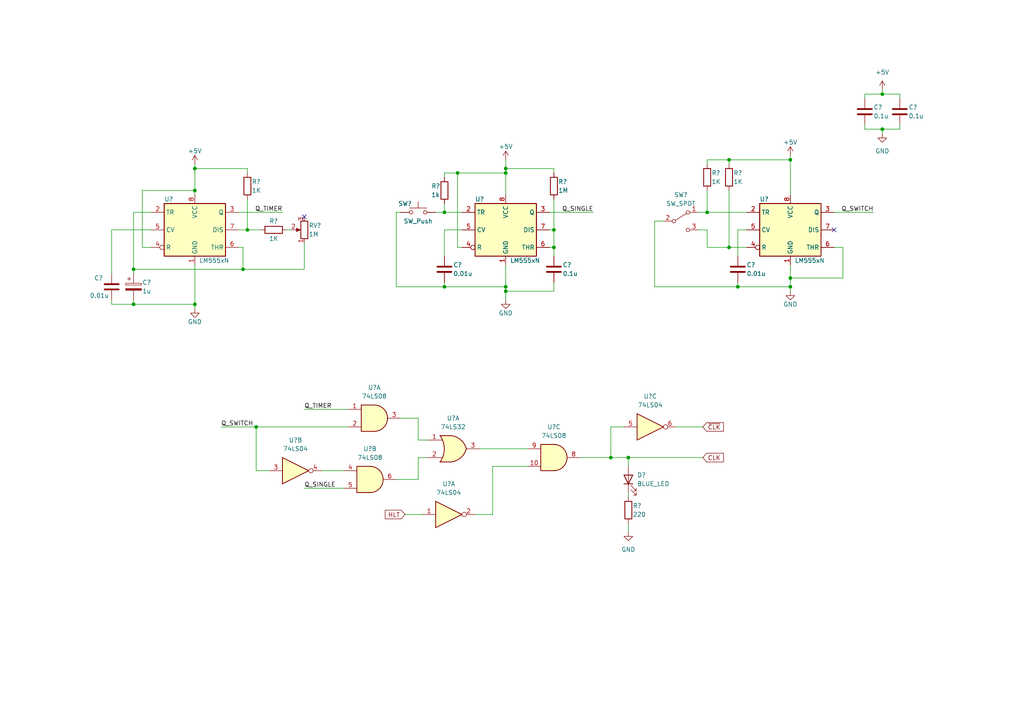
<source format=kicad_sch>
(kicad_sch (version 20211123) (generator eeschema)
  (paper "A4")
  (lib_symbols
    (symbol "74xx:74LS04"
      (property "Reference" "U" (at 0 1.27 0))
      (property "Value" "74LS04" (at 0 -1.27 0))
      (symbol "74LS04_1_0"
        (polyline (pts (xy -3.81 3.81) (xy -3.81 -3.81) (xy 3.81 0) (xy -3.81 3.81)) (stroke (width 0.254)) (fill (type background)))
        (pin input line (at -7.62 0 0) (length 3.81) (name "~") (number "1"))
        (pin output inverted (at 7.62 0 180) (length 3.81) (name "~") (number "2"))
      )
      (symbol "74LS04_2_0"
        (polyline (pts (xy -3.81 3.81) (xy -3.81 -3.81) (xy 3.81 0) (xy -3.81 3.81)) (stroke (width 0.254)) (fill (type background)))
        (pin input line (at -7.62 0 0) (length 3.81) (name "~") (number "3"))
        (pin output inverted (at 7.62 0 180) (length 3.81) (name "~") (number "4"))
      )
      (symbol "74LS04_3_0"
        (polyline (pts (xy -3.81 3.81) (xy -3.81 -3.81) (xy 3.81 0) (xy -3.81 3.81)) (stroke (width 0.254)) (fill (type background)))
        (pin input line (at -7.62 0 0) (length 3.81) (name "~") (number "5"))
        (pin output inverted (at 7.62 0 180) (length 3.81) (name "~") (number "6"))
      )
      (symbol "74LS04_4_0"
        (polyline (pts (xy -3.81 3.81) (xy -3.81 -3.81) (xy 3.81 0) (xy -3.81 3.81)) (stroke (width 0.254)) (fill (type background)))
        (pin output inverted (at 7.62 0 180) (length 3.81) (name "~") (number "8"))
        (pin input line (at -7.62 0 0) (length 3.81) (name "~") (number "9"))
      )
      (symbol "74LS04_5_0"
        (polyline (pts (xy -3.81 3.81) (xy -3.81 -3.81) (xy 3.81 0) (xy -3.81 3.81)) (stroke (width 0.254)) (fill (type background)))
        (pin output inverted (at 7.62 0 180) (length 3.81) (name "~") (number "10"))
        (pin input line (at -7.62 0 0) (length 3.81) (name "~") (number "11"))
      )
      (symbol "74LS04_6_0"
        (polyline (pts (xy -3.81 3.81) (xy -3.81 -3.81) (xy 3.81 0) (xy -3.81 3.81)) (stroke (width 0.254)) (fill (type background)))
        (pin output inverted (at 7.62 0 180) (length 3.81) (name "~") (number "12"))
        (pin input line (at -7.62 0 0) (length 3.81) (name "~") (number "13"))
      )
      (symbol "74LS04_7_0"
        (pin power_in line (at 0 12.7 270) (length 5.08) (name "VCC") (number "14"))
        (pin power_in line (at 0 -12.7 90) (length 5.08) (name "GND") (number "7"))
      )
      (symbol "74LS04_7_1"
        (rectangle (start -5.08 7.62) (end 5.08 -7.62) (stroke (width 0.254)) (fill (type background)))
      )
    )
    (symbol "74xx:74LS08" (pin_names (offset 1.016))
      (property "Reference" "U" (at 0 1.27 0))
      (property "Value" "74LS08" (at 0 -1.27 0))
      (symbol "74LS08_1_1"
        (arc (start 0 -3.81) (mid 3.81 0) (end 0 3.81) (stroke (width 0.254)) (fill (type background)))
        (polyline (pts (xy 0 3.81) (xy -3.81 3.81) (xy -3.81 -3.81) (xy 0 -3.81)) (stroke (width 0.254)) (fill (type background)))
        (pin input line (at -7.62 2.54 0) (length 3.81) (name "~") (number "1"))
        (pin input line (at -7.62 -2.54 0) (length 3.81) (name "~") (number "2"))
        (pin output line (at 7.62 0 180) (length 3.81) (name "~") (number "3"))
      )
      (symbol "74LS08_1_2"
        (arc (start -3.81 -3.81) (mid -2.589 0) (end -3.81 3.81) (stroke (width 0.254)))
        (arc (start -0.6096 -3.81) (mid 2.1842 -2.5851) (end 3.81 0) (stroke (width 0.254)) (fill (type background)))
        (polyline (pts (xy -3.81 -3.81) (xy -0.635 -3.81)) (stroke (width 0.254)) (fill (type background)))
        (polyline (pts (xy -3.81 3.81) (xy -0.635 3.81)) (stroke (width 0.254)) (fill (type background)))
        (polyline (pts (xy -0.635 3.81) (xy -3.81 3.81) (xy -3.81 3.81) (xy -3.556 3.4036) (xy -3.0226 2.2606) (xy -2.6924 1.0414) (xy -2.6162 -0.254) (xy -2.7686 -1.4986) (xy -3.175 -2.7178) (xy -3.81 -3.81) (xy -3.81 -3.81) (xy -0.635 -3.81)) (stroke (width -25.4)) (fill (type background)))
        (arc (start 3.81 0) (mid 2.1915 2.5936) (end -0.6096 3.81) (stroke (width 0.254)) (fill (type background)))
        (pin input inverted (at -7.62 2.54 0) (length 4.318) (name "~") (number "1"))
        (pin input inverted (at -7.62 -2.54 0) (length 4.318) (name "~") (number "2"))
        (pin output inverted (at 7.62 0 180) (length 3.81) (name "~") (number "3"))
      )
      (symbol "74LS08_2_1"
        (arc (start 0 -3.81) (mid 3.81 0) (end 0 3.81) (stroke (width 0.254)) (fill (type background)))
        (polyline (pts (xy 0 3.81) (xy -3.81 3.81) (xy -3.81 -3.81) (xy 0 -3.81)) (stroke (width 0.254)) (fill (type background)))
        (pin input line (at -7.62 2.54 0) (length 3.81) (name "~") (number "4"))
        (pin input line (at -7.62 -2.54 0) (length 3.81) (name "~") (number "5"))
        (pin output line (at 7.62 0 180) (length 3.81) (name "~") (number "6"))
      )
      (symbol "74LS08_2_2"
        (arc (start -3.81 -3.81) (mid -2.589 0) (end -3.81 3.81) (stroke (width 0.254)))
        (arc (start -0.6096 -3.81) (mid 2.1842 -2.5851) (end 3.81 0) (stroke (width 0.254)) (fill (type background)))
        (polyline (pts (xy -3.81 -3.81) (xy -0.635 -3.81)) (stroke (width 0.254)) (fill (type background)))
        (polyline (pts (xy -3.81 3.81) (xy -0.635 3.81)) (stroke (width 0.254)) (fill (type background)))
        (polyline (pts (xy -0.635 3.81) (xy -3.81 3.81) (xy -3.81 3.81) (xy -3.556 3.4036) (xy -3.0226 2.2606) (xy -2.6924 1.0414) (xy -2.6162 -0.254) (xy -2.7686 -1.4986) (xy -3.175 -2.7178) (xy -3.81 -3.81) (xy -3.81 -3.81) (xy -0.635 -3.81)) (stroke (width -25.4)) (fill (type background)))
        (arc (start 3.81 0) (mid 2.1915 2.5936) (end -0.6096 3.81) (stroke (width 0.254)) (fill (type background)))
        (pin input inverted (at -7.62 2.54 0) (length 4.318) (name "~") (number "4"))
        (pin input inverted (at -7.62 -2.54 0) (length 4.318) (name "~") (number "5"))
        (pin output inverted (at 7.62 0 180) (length 3.81) (name "~") (number "6"))
      )
      (symbol "74LS08_3_1"
        (arc (start 0 -3.81) (mid 3.81 0) (end 0 3.81) (stroke (width 0.254)) (fill (type background)))
        (polyline (pts (xy 0 3.81) (xy -3.81 3.81) (xy -3.81 -3.81) (xy 0 -3.81)) (stroke (width 0.254)) (fill (type background)))
        (pin input line (at -7.62 -2.54 0) (length 3.81) (name "~") (number "10"))
        (pin output line (at 7.62 0 180) (length 3.81) (name "~") (number "8"))
        (pin input line (at -7.62 2.54 0) (length 3.81) (name "~") (number "9"))
      )
      (symbol "74LS08_3_2"
        (arc (start -3.81 -3.81) (mid -2.589 0) (end -3.81 3.81) (stroke (width 0.254)))
        (arc (start -0.6096 -3.81) (mid 2.1842 -2.5851) (end 3.81 0) (stroke (width 0.254)) (fill (type background)))
        (polyline (pts (xy -3.81 -3.81) (xy -0.635 -3.81)) (stroke (width 0.254)) (fill (type background)))
        (polyline (pts (xy -3.81 3.81) (xy -0.635 3.81)) (stroke (width 0.254)) (fill (type background)))
        (polyline (pts (xy -0.635 3.81) (xy -3.81 3.81) (xy -3.81 3.81) (xy -3.556 3.4036) (xy -3.0226 2.2606) (xy -2.6924 1.0414) (xy -2.6162 -0.254) (xy -2.7686 -1.4986) (xy -3.175 -2.7178) (xy -3.81 -3.81) (xy -3.81 -3.81) (xy -0.635 -3.81)) (stroke (width -25.4)) (fill (type background)))
        (arc (start 3.81 0) (mid 2.1915 2.5936) (end -0.6096 3.81) (stroke (width 0.254)) (fill (type background)))
        (pin input inverted (at -7.62 -2.54 0) (length 4.318) (name "~") (number "10"))
        (pin output inverted (at 7.62 0 180) (length 3.81) (name "~") (number "8"))
        (pin input inverted (at -7.62 2.54 0) (length 4.318) (name "~") (number "9"))
      )
      (symbol "74LS08_4_1"
        (arc (start 0 -3.81) (mid 3.81 0) (end 0 3.81) (stroke (width 0.254)) (fill (type background)))
        (polyline (pts (xy 0 3.81) (xy -3.81 3.81) (xy -3.81 -3.81) (xy 0 -3.81)) (stroke (width 0.254)) (fill (type background)))
        (pin output line (at 7.62 0 180) (length 3.81) (name "~") (number "11"))
        (pin input line (at -7.62 2.54 0) (length 3.81) (name "~") (number "12"))
        (pin input line (at -7.62 -2.54 0) (length 3.81) (name "~") (number "13"))
      )
      (symbol "74LS08_4_2"
        (arc (start -3.81 -3.81) (mid -2.589 0) (end -3.81 3.81) (stroke (width 0.254)))
        (arc (start -0.6096 -3.81) (mid 2.1842 -2.5851) (end 3.81 0) (stroke (width 0.254)) (fill (type background)))
        (polyline (pts (xy -3.81 -3.81) (xy -0.635 -3.81)) (stroke (width 0.254)) (fill (type background)))
        (polyline (pts (xy -3.81 3.81) (xy -0.635 3.81)) (stroke (width 0.254)) (fill (type background)))
        (polyline (pts (xy -0.635 3.81) (xy -3.81 3.81) (xy -3.81 3.81) (xy -3.556 3.4036) (xy -3.0226 2.2606) (xy -2.6924 1.0414) (xy -2.6162 -0.254) (xy -2.7686 -1.4986) (xy -3.175 -2.7178) (xy -3.81 -3.81) (xy -3.81 -3.81) (xy -0.635 -3.81)) (stroke (width -25.4)) (fill (type background)))
        (arc (start 3.81 0) (mid 2.1915 2.5936) (end -0.6096 3.81) (stroke (width 0.254)) (fill (type background)))
        (pin output inverted (at 7.62 0 180) (length 3.81) (name "~") (number "11"))
        (pin input inverted (at -7.62 2.54 0) (length 4.318) (name "~") (number "12"))
        (pin input inverted (at -7.62 -2.54 0) (length 4.318) (name "~") (number "13"))
      )
      (symbol "74LS08_5_0"
        (pin power_in line (at 0 12.7 270) (length 5.08) (name "VCC") (number "14"))
        (pin power_in line (at 0 -12.7 90) (length 5.08) (name "GND") (number "7"))
      )
      (symbol "74LS08_5_1"
        (rectangle (start -5.08 7.62) (end 5.08 -7.62) (stroke (width 0.254)) (fill (type background)))
      )
    )
    (symbol "74xx:74LS32" (pin_names (offset 1.016))
      (property "Reference" "U" (at 0 1.27 0))
      (property "Value" "74LS32" (at 0 -1.27 0))
      (symbol "74LS32_1_1"
        (arc (start -3.81 -3.81) (mid -2.589 0) (end -3.81 3.81) (stroke (width 0.254)))
        (arc (start -0.6096 -3.81) (mid 2.1842 -2.5851) (end 3.81 0) (stroke (width 0.254)) (fill (type background)))
        (polyline (pts (xy -3.81 -3.81) (xy -0.635 -3.81)) (stroke (width 0.254)) (fill (type background)))
        (polyline (pts (xy -3.81 3.81) (xy -0.635 3.81)) (stroke (width 0.254)) (fill (type background)))
        (polyline (pts (xy -0.635 3.81) (xy -3.81 3.81) (xy -3.81 3.81) (xy -3.556 3.4036) (xy -3.0226 2.2606) (xy -2.6924 1.0414) (xy -2.6162 -0.254) (xy -2.7686 -1.4986) (xy -3.175 -2.7178) (xy -3.81 -3.81) (xy -3.81 -3.81) (xy -0.635 -3.81)) (stroke (width -25.4)) (fill (type background)))
        (arc (start 3.81 0) (mid 2.1915 2.5936) (end -0.6096 3.81) (stroke (width 0.254)) (fill (type background)))
        (pin input line (at -7.62 2.54 0) (length 4.318) (name "~") (number "1"))
        (pin input line (at -7.62 -2.54 0) (length 4.318) (name "~") (number "2"))
        (pin output line (at 7.62 0 180) (length 3.81) (name "~") (number "3"))
      )
      (symbol "74LS32_1_2"
        (arc (start 0 -3.81) (mid 3.81 0) (end 0 3.81) (stroke (width 0.254)) (fill (type background)))
        (polyline (pts (xy 0 3.81) (xy -3.81 3.81) (xy -3.81 -3.81) (xy 0 -3.81)) (stroke (width 0.254)) (fill (type background)))
        (pin input inverted (at -7.62 2.54 0) (length 3.81) (name "~") (number "1"))
        (pin input inverted (at -7.62 -2.54 0) (length 3.81) (name "~") (number "2"))
        (pin output inverted (at 7.62 0 180) (length 3.81) (name "~") (number "3"))
      )
      (symbol "74LS32_2_1"
        (arc (start -3.81 -3.81) (mid -2.589 0) (end -3.81 3.81) (stroke (width 0.254)))
        (arc (start -0.6096 -3.81) (mid 2.1842 -2.5851) (end 3.81 0) (stroke (width 0.254)) (fill (type background)))
        (polyline (pts (xy -3.81 -3.81) (xy -0.635 -3.81)) (stroke (width 0.254)) (fill (type background)))
        (polyline (pts (xy -3.81 3.81) (xy -0.635 3.81)) (stroke (width 0.254)) (fill (type background)))
        (polyline (pts (xy -0.635 3.81) (xy -3.81 3.81) (xy -3.81 3.81) (xy -3.556 3.4036) (xy -3.0226 2.2606) (xy -2.6924 1.0414) (xy -2.6162 -0.254) (xy -2.7686 -1.4986) (xy -3.175 -2.7178) (xy -3.81 -3.81) (xy -3.81 -3.81) (xy -0.635 -3.81)) (stroke (width -25.4)) (fill (type background)))
        (arc (start 3.81 0) (mid 2.1915 2.5936) (end -0.6096 3.81) (stroke (width 0.254)) (fill (type background)))
        (pin input line (at -7.62 2.54 0) (length 4.318) (name "~") (number "4"))
        (pin input line (at -7.62 -2.54 0) (length 4.318) (name "~") (number "5"))
        (pin output line (at 7.62 0 180) (length 3.81) (name "~") (number "6"))
      )
      (symbol "74LS32_2_2"
        (arc (start 0 -3.81) (mid 3.81 0) (end 0 3.81) (stroke (width 0.254)) (fill (type background)))
        (polyline (pts (xy 0 3.81) (xy -3.81 3.81) (xy -3.81 -3.81) (xy 0 -3.81)) (stroke (width 0.254)) (fill (type background)))
        (pin input inverted (at -7.62 2.54 0) (length 3.81) (name "~") (number "4"))
        (pin input inverted (at -7.62 -2.54 0) (length 3.81) (name "~") (number "5"))
        (pin output inverted (at 7.62 0 180) (length 3.81) (name "~") (number "6"))
      )
      (symbol "74LS32_3_1"
        (arc (start -3.81 -3.81) (mid -2.589 0) (end -3.81 3.81) (stroke (width 0.254)))
        (arc (start -0.6096 -3.81) (mid 2.1842 -2.5851) (end 3.81 0) (stroke (width 0.254)) (fill (type background)))
        (polyline (pts (xy -3.81 -3.81) (xy -0.635 -3.81)) (stroke (width 0.254)) (fill (type background)))
        (polyline (pts (xy -3.81 3.81) (xy -0.635 3.81)) (stroke (width 0.254)) (fill (type background)))
        (polyline (pts (xy -0.635 3.81) (xy -3.81 3.81) (xy -3.81 3.81) (xy -3.556 3.4036) (xy -3.0226 2.2606) (xy -2.6924 1.0414) (xy -2.6162 -0.254) (xy -2.7686 -1.4986) (xy -3.175 -2.7178) (xy -3.81 -3.81) (xy -3.81 -3.81) (xy -0.635 -3.81)) (stroke (width -25.4)) (fill (type background)))
        (arc (start 3.81 0) (mid 2.1915 2.5936) (end -0.6096 3.81) (stroke (width 0.254)) (fill (type background)))
        (pin input line (at -7.62 -2.54 0) (length 4.318) (name "~") (number "10"))
        (pin output line (at 7.62 0 180) (length 3.81) (name "~") (number "8"))
        (pin input line (at -7.62 2.54 0) (length 4.318) (name "~") (number "9"))
      )
      (symbol "74LS32_3_2"
        (arc (start 0 -3.81) (mid 3.81 0) (end 0 3.81) (stroke (width 0.254)) (fill (type background)))
        (polyline (pts (xy 0 3.81) (xy -3.81 3.81) (xy -3.81 -3.81) (xy 0 -3.81)) (stroke (width 0.254)) (fill (type background)))
        (pin input inverted (at -7.62 -2.54 0) (length 3.81) (name "~") (number "10"))
        (pin output inverted (at 7.62 0 180) (length 3.81) (name "~") (number "8"))
        (pin input inverted (at -7.62 2.54 0) (length 3.81) (name "~") (number "9"))
      )
      (symbol "74LS32_4_1"
        (arc (start -3.81 -3.81) (mid -2.589 0) (end -3.81 3.81) (stroke (width 0.254)))
        (arc (start -0.6096 -3.81) (mid 2.1842 -2.5851) (end 3.81 0) (stroke (width 0.254)) (fill (type background)))
        (polyline (pts (xy -3.81 -3.81) (xy -0.635 -3.81)) (stroke (width 0.254)) (fill (type background)))
        (polyline (pts (xy -3.81 3.81) (xy -0.635 3.81)) (stroke (width 0.254)) (fill (type background)))
        (polyline (pts (xy -0.635 3.81) (xy -3.81 3.81) (xy -3.81 3.81) (xy -3.556 3.4036) (xy -3.0226 2.2606) (xy -2.6924 1.0414) (xy -2.6162 -0.254) (xy -2.7686 -1.4986) (xy -3.175 -2.7178) (xy -3.81 -3.81) (xy -3.81 -3.81) (xy -0.635 -3.81)) (stroke (width -25.4)) (fill (type background)))
        (arc (start 3.81 0) (mid 2.1915 2.5936) (end -0.6096 3.81) (stroke (width 0.254)) (fill (type background)))
        (pin output line (at 7.62 0 180) (length 3.81) (name "~") (number "11"))
        (pin input line (at -7.62 2.54 0) (length 4.318) (name "~") (number "12"))
        (pin input line (at -7.62 -2.54 0) (length 4.318) (name "~") (number "13"))
      )
      (symbol "74LS32_4_2"
        (arc (start 0 -3.81) (mid 3.81 0) (end 0 3.81) (stroke (width 0.254)) (fill (type background)))
        (polyline (pts (xy 0 3.81) (xy -3.81 3.81) (xy -3.81 -3.81) (xy 0 -3.81)) (stroke (width 0.254)) (fill (type background)))
        (pin output inverted (at 7.62 0 180) (length 3.81) (name "~") (number "11"))
        (pin input inverted (at -7.62 2.54 0) (length 3.81) (name "~") (number "12"))
        (pin input inverted (at -7.62 -2.54 0) (length 3.81) (name "~") (number "13"))
      )
      (symbol "74LS32_5_0"
        (pin power_in line (at 0 12.7 270) (length 5.08) (name "VCC") (number "14"))
        (pin power_in line (at 0 -12.7 90) (length 5.08) (name "GND") (number "7"))
      )
      (symbol "74LS32_5_1"
        (rectangle (start -5.08 7.62) (end 5.08 -7.62) (stroke (width 0.254)) (fill (type background)))
      )
    )
    (symbol "Device:C" (pin_numbers hide) (pin_names (offset 0.254))
      (property "Reference" "C" (at 0.635 2.54 0))
      (property "Value" "C" (at 0.635 -2.54 0))
      (symbol "C_0_1"
        (polyline (pts (xy -2.032 -0.762) (xy 2.032 -0.762)) (stroke (width 0.508)))
        (polyline (pts (xy -2.032 0.762) (xy 2.032 0.762)) (stroke (width 0.508)))
      )
      (symbol "C_1_1"
        (pin passive line (at 0 3.81 270) (length 2.794) (name "~") (number "1"))
        (pin passive line (at 0 -3.81 90) (length 2.794) (name "~") (number "2"))
      )
    )
    (symbol "Device:C_Polarized" (pin_numbers hide) (pin_names (offset 0.254))
      (property "Reference" "C" (at 0.635 2.54 0))
      (property "Value" "C_Polarized" (at 0.635 -2.54 0))
      (symbol "C_Polarized_0_1"
        (rectangle (start -2.286 0.508) (end 2.286 1.016))
        (polyline (pts (xy -1.778 2.286) (xy -0.762 2.286)))
        (polyline (pts (xy -1.27 2.794) (xy -1.27 1.778)))
        (rectangle (start 2.286 -0.508) (end -2.286 -1.016) (fill (type outline)))
      )
      (symbol "C_Polarized_1_1"
        (pin passive line (at 0 3.81 270) (length 2.794) (name "~") (number "1"))
        (pin passive line (at 0 -3.81 90) (length 2.794) (name "~") (number "2"))
      )
    )
    (symbol "Device:LED" (pin_numbers hide) (pin_names (offset 1.016) hide)
      (property "Reference" "D" (at 0 2.54 0))
      (property "Value" "LED" (at 0 -2.54 0))
      (symbol "LED_0_1"
        (polyline (pts (xy -1.27 -1.27) (xy -1.27 1.27)) (stroke (width 0.254)))
        (polyline (pts (xy -1.27 0) (xy 1.27 0)))
        (polyline (pts (xy 1.27 -1.27) (xy 1.27 1.27) (xy -1.27 0) (xy 1.27 -1.27)) (stroke (width 0.254)))
        (polyline (pts (xy -3.048 -0.762) (xy -4.572 -2.286) (xy -3.81 -2.286) (xy -4.572 -2.286) (xy -4.572 -1.524)))
        (polyline (pts (xy -1.778 -0.762) (xy -3.302 -2.286) (xy -2.54 -2.286) (xy -3.302 -2.286) (xy -3.302 -1.524)))
      )
      (symbol "LED_1_1"
        (pin passive line (at -3.81 0 0) (length 2.54) (name "K") (number "1"))
        (pin passive line (at 3.81 0 180) (length 2.54) (name "A") (number "2"))
      )
    )
    (symbol "Device:R" (pin_numbers hide) (pin_names (offset 0))
      (property "Reference" "R" (at 2.032 0 90))
      (property "Value" "R" (at 0 0 90))
      (symbol "R_0_1"
        (rectangle (start -1.016 -2.54) (end 1.016 2.54) (stroke (width 0.254)))
      )
      (symbol "R_1_1"
        (pin passive line (at 0 3.81 270) (length 1.27) (name "~") (number "1"))
        (pin passive line (at 0 -3.81 90) (length 1.27) (name "~") (number "2"))
      )
    )
    (symbol "Device:R_Potentiometer" (pin_names (offset 1.016) hide)
      (property "Reference" "RV" (at -4.445 0 90))
      (property "Value" "R_Potentiometer" (at -2.54 0 90))
      (symbol "R_Potentiometer_0_1"
        (polyline (pts (xy 2.54 0) (xy 1.524 0)))
        (polyline (pts (xy 1.143 0) (xy 2.286 0.508) (xy 2.286 -0.508) (xy 1.143 0)) (fill (type outline)))
        (rectangle (start 1.016 2.54) (end -1.016 -2.54) (stroke (width 0.254)))
      )
      (symbol "R_Potentiometer_1_1"
        (pin passive line (at 0 3.81 270) (length 1.27) (name "1") (number "1"))
        (pin passive line (at 3.81 0 180) (length 1.27) (name "2") (number "2"))
        (pin passive line (at 0 -3.81 90) (length 1.27) (name "3") (number "3"))
      )
    )
    (symbol "Switch:SW_Push" (pin_numbers hide) (pin_names (offset 1.016) hide)
      (property "Reference" "SW" (at 1.27 2.54 0))
      (property "Value" "SW_Push" (at 0 -1.524 0))
      (symbol "SW_Push_0_1"
        (circle (center -2.032 0) (radius 0.508))
        (polyline (pts (xy 0 1.27) (xy 0 3.048)))
        (polyline (pts (xy 2.54 1.27) (xy -2.54 1.27)))
        (circle (center 2.032 0) (radius 0.508))
        (pin passive line (at -5.08 0 0) (length 2.54) (name "1") (number "1"))
        (pin passive line (at 5.08 0 180) (length 2.54) (name "2") (number "2"))
      )
    )
    (symbol "Switch:SW_SPDT" (pin_names (offset 0) hide)
      (property "Reference" "SW" (at 0 4.318 0))
      (property "Value" "SW_SPDT" (at 0 -5.08 0))
      (symbol "SW_SPDT_0_0"
        (circle (center -2.032 0) (radius 0.508))
        (circle (center 2.032 -2.54) (radius 0.508))
      )
      (symbol "SW_SPDT_0_1"
        (polyline (pts (xy -1.524 0.254) (xy 1.651 2.286)))
        (circle (center 2.032 2.54) (radius 0.508))
      )
      (symbol "SW_SPDT_1_1"
        (pin passive line (at 5.08 2.54 180) (length 2.54) (name "A") (number "1"))
        (pin passive line (at -5.08 0 0) (length 2.54) (name "B") (number "2"))
        (pin passive line (at 5.08 -2.54 180) (length 2.54) (name "C") (number "3"))
      )
    )
    (symbol "Timer:LM555xN"
      (property "Reference" "U" (at -10.16 8.89 0))
      (property "Value" "LM555xN" (at 2.54 8.89 0))
      (symbol "LM555xN_0_0"
        (pin power_in line (at 0 -10.16 90) (length 2.54) (name "GND") (number "1"))
        (pin power_in line (at 0 10.16 270) (length 2.54) (name "VCC") (number "8"))
      )
      (symbol "LM555xN_0_1"
        (rectangle (start -8.89 -7.62) (end 8.89 7.62) (stroke (width 0.254)) (fill (type background)))
        (rectangle (start -8.89 -7.62) (end 8.89 7.62) (stroke (width 0.254)) (fill (type background)))
      )
      (symbol "LM555xN_1_1"
        (pin input line (at -12.7 5.08 0) (length 3.81) (name "TR") (number "2"))
        (pin output line (at 12.7 5.08 180) (length 3.81) (name "Q") (number "3"))
        (pin input inverted (at -12.7 -5.08 0) (length 3.81) (name "R") (number "4"))
        (pin input line (at -12.7 0 0) (length 3.81) (name "CV") (number "5"))
        (pin input line (at 12.7 -5.08 180) (length 3.81) (name "THR") (number "6"))
        (pin input line (at 12.7 0 180) (length 3.81) (name "DIS") (number "7"))
      )
    )
    (symbol "power:+5V" (power) (pin_names (offset 0))
      (property "Value" "+5V" (at 0 3.556 0))
      (symbol "+5V_0_1"
        (polyline (pts (xy -0.762 1.27) (xy 0 2.54)))
        (polyline (pts (xy 0 0) (xy 0 2.54)))
        (polyline (pts (xy 0 2.54) (xy 0.762 1.27)))
      )
      (symbol "+5V_1_1"
        (pin power_in line (at 0 0 90) (length 0) hide (name "+5V") (number "1"))
      )
    )
    (symbol "power:GND" (power) (pin_names (offset 0))
      (property "Value" "GND" (at 0 -3.81 0))
      (symbol "GND_0_1"
        (polyline (pts (xy 0 0) (xy 0 -1.27) (xy 1.27 -1.27) (xy 0 -2.54) (xy -1.27 -1.27) (xy 0 -1.27)))
      )
      (symbol "GND_1_1"
        (pin power_in line (at 0 0 270) (length 0) hide (name "GND") (number "1"))
      )
    )
  )
  (junction (at 71.755 66.675))
  (junction (at 182.245 132.715))
  (junction (at 255.905 37.465))
  (junction (at 56.515 88.265))
  (junction (at 177.165 132.715))
  (junction (at 146.685 84.455))
  (junction (at 205.105 61.595))
  (junction (at 132.715 50.165))
  (junction (at 160.655 71.755))
  (junction (at 70.485 78.105))
  (junction (at 255.905 27.305))
  (junction (at 56.515 55.245))
  (junction (at 146.685 48.895))
  (junction (at 160.655 66.675))
  (junction (at 74.295 123.825))
  (junction (at 128.905 83.185))
  (junction (at 211.455 71.755))
  (junction (at 229.235 80.645))
  (junction (at 229.235 46.355))
  (junction (at 211.455 46.355))
  (junction (at 128.905 61.595))
  (junction (at 146.685 50.165))
  (junction (at 38.735 88.265))
  (junction (at 229.235 83.185))
  (junction (at 38.735 78.105))
  (junction (at 146.685 83.185))
  (junction (at 56.515 48.895))
  (junction (at 213.995 83.185))
  (no_connect (at 241.935 66.675))
  (no_connect (at 88.265 62.865))
  (wire (pts (xy 121.285 127.635) (xy 123.825 127.635)))
  (wire (pts (xy 189.865 83.185) (xy 213.995 83.185)))
  (wire (pts (xy 128.905 66.675) (xy 133.985 66.675)))
  (wire (pts (xy 211.455 71.755) (xy 216.535 71.755)))
  (wire (pts (xy 250.825 28.575) (xy 250.825 27.305)))
  (wire (pts (xy 211.455 46.355) (xy 211.455 47.625)))
  (wire (pts (xy 213.995 81.915) (xy 213.995 83.185)))
  (wire (pts (xy 177.165 123.825) (xy 180.975 123.825)))
  (wire (pts (xy 205.105 71.755) (xy 211.455 71.755)))
  (wire (pts (xy 177.165 132.715) (xy 182.245 132.715)))
  (wire (pts (xy 160.655 50.165) (xy 160.655 48.895)))
  (wire (pts (xy 128.905 83.185) (xy 128.905 81.915)))
  (wire (pts (xy 244.475 71.755) (xy 244.475 80.645)))
  (wire (pts (xy 229.235 80.645) (xy 229.235 83.185)))
  (wire (pts (xy 132.715 50.165) (xy 132.715 71.755)))
  (wire (pts (xy 43.815 71.755) (xy 41.275 71.755)))
  (wire (pts (xy 116.205 61.595) (xy 114.935 61.595)))
  (wire (pts (xy 114.935 61.595) (xy 114.935 83.185)))
  (wire (pts (xy 244.475 80.645) (xy 229.235 80.645)))
  (wire (pts (xy 229.235 76.835) (xy 229.235 80.645)))
  (wire (pts (xy 182.245 132.715) (xy 182.245 135.255)))
  (wire (pts (xy 146.685 83.185) (xy 146.685 84.455)))
  (wire (pts (xy 160.655 71.755) (xy 160.655 74.295)))
  (wire (pts (xy 229.235 46.355) (xy 229.235 56.515)))
  (wire (pts (xy 38.735 86.995) (xy 38.735 88.265)))
  (wire (pts (xy 137.795 149.225) (xy 142.875 149.225)))
  (wire (pts (xy 211.455 55.245) (xy 211.455 71.755)))
  (wire (pts (xy 121.285 121.285) (xy 121.285 127.635)))
  (wire (pts (xy 182.245 151.765) (xy 182.245 154.305)))
  (wire (pts (xy 114.935 83.185) (xy 128.905 83.185)))
  (wire (pts (xy 121.285 132.715) (xy 123.825 132.715)))
  (wire (pts (xy 41.275 71.755) (xy 41.275 55.245)))
  (wire (pts (xy 121.285 139.065) (xy 121.285 132.715)))
  (wire (pts (xy 213.995 83.185) (xy 229.235 83.185)))
  (wire (pts (xy 146.685 50.165) (xy 146.685 56.515)))
  (wire (pts (xy 211.455 46.355) (xy 229.235 46.355)))
  (wire (pts (xy 38.735 78.105) (xy 38.735 79.375)))
  (wire (pts (xy 38.735 61.595) (xy 38.735 78.105)))
  (wire (pts (xy 69.215 61.595) (xy 81.915 61.595)))
  (wire (pts (xy 146.685 84.455) (xy 146.685 86.995)))
  (wire (pts (xy 160.655 81.915) (xy 160.655 84.455)))
  (wire (pts (xy 32.385 88.265) (xy 38.735 88.265)))
  (wire (pts (xy 128.905 61.595) (xy 133.985 61.595)))
  (wire (pts (xy 229.235 83.185) (xy 229.235 84.455)))
  (wire (pts (xy 78.105 136.525) (xy 74.295 136.525)))
  (wire (pts (xy 182.245 142.875) (xy 182.245 144.145)))
  (wire (pts (xy 71.755 50.165) (xy 71.755 48.895)))
  (wire (pts (xy 205.105 47.625) (xy 205.105 46.355)))
  (wire (pts (xy 202.565 61.595) (xy 205.105 61.595)))
  (wire (pts (xy 139.065 130.175) (xy 153.035 130.175)))
  (wire (pts (xy 121.285 121.285) (xy 116.205 121.285)))
  (wire (pts (xy 213.995 66.675) (xy 216.535 66.675)))
  (wire (pts (xy 255.905 26.035) (xy 255.905 27.305)))
  (wire (pts (xy 126.365 61.595) (xy 128.905 61.595)))
  (wire (pts (xy 205.105 61.595) (xy 216.535 61.595)))
  (wire (pts (xy 88.265 141.605) (xy 99.695 141.605)))
  (wire (pts (xy 133.985 71.755) (xy 132.715 71.755)))
  (wire (pts (xy 43.815 66.675) (xy 32.385 66.675)))
  (wire (pts (xy 93.345 136.525) (xy 99.695 136.525)))
  (wire (pts (xy 146.685 48.895) (xy 146.685 50.165)))
  (wire (pts (xy 229.235 45.085) (xy 229.235 46.355)))
  (wire (pts (xy 114.935 139.065) (xy 121.285 139.065)))
  (wire (pts (xy 128.905 74.295) (xy 128.905 66.675)))
  (wire (pts (xy 205.105 55.245) (xy 205.105 61.595)))
  (wire (pts (xy 182.245 132.715) (xy 203.835 132.715)))
  (wire (pts (xy 146.685 46.355) (xy 146.685 48.895)))
  (wire (pts (xy 64.135 123.825) (xy 74.295 123.825)))
  (wire (pts (xy 70.485 71.755) (xy 70.485 78.105)))
  (wire (pts (xy 117.475 149.225) (xy 122.555 149.225)))
  (wire (pts (xy 160.655 48.895) (xy 146.685 48.895)))
  (wire (pts (xy 74.295 123.825) (xy 100.965 123.825)))
  (wire (pts (xy 38.735 88.265) (xy 56.515 88.265)))
  (wire (pts (xy 38.735 78.105) (xy 70.485 78.105)))
  (wire (pts (xy 88.265 78.105) (xy 70.485 78.105)))
  (wire (pts (xy 142.875 149.225) (xy 142.875 135.255)))
  (wire (pts (xy 146.685 76.835) (xy 146.685 83.185)))
  (wire (pts (xy 56.515 48.895) (xy 56.515 55.245)))
  (wire (pts (xy 88.265 70.485) (xy 88.265 78.105)))
  (wire (pts (xy 71.755 57.785) (xy 71.755 66.675)))
  (wire (pts (xy 213.995 74.295) (xy 213.995 66.675)))
  (wire (pts (xy 205.105 66.675) (xy 205.105 71.755)))
  (wire (pts (xy 69.215 66.675) (xy 71.755 66.675)))
  (wire (pts (xy 168.275 132.715) (xy 177.165 132.715)))
  (wire (pts (xy 56.515 55.245) (xy 56.515 56.515)))
  (wire (pts (xy 260.985 27.305) (xy 260.985 28.575)))
  (wire (pts (xy 56.515 76.835) (xy 56.515 88.265)))
  (wire (pts (xy 69.215 71.755) (xy 70.485 71.755)))
  (wire (pts (xy 43.815 61.595) (xy 38.735 61.595)))
  (wire (pts (xy 159.385 71.755) (xy 160.655 71.755)))
  (wire (pts (xy 250.825 36.195) (xy 250.825 37.465)))
  (wire (pts (xy 260.985 36.195) (xy 260.985 37.465)))
  (wire (pts (xy 32.385 86.995) (xy 32.385 88.265)))
  (wire (pts (xy 83.185 66.675) (xy 84.455 66.675)))
  (wire (pts (xy 205.105 46.355) (xy 211.455 46.355)))
  (wire (pts (xy 202.565 66.675) (xy 205.105 66.675)))
  (wire (pts (xy 159.385 66.675) (xy 160.655 66.675)))
  (wire (pts (xy 255.905 37.465) (xy 255.905 38.735)))
  (wire (pts (xy 196.215 123.825) (xy 203.835 123.825)))
  (wire (pts (xy 56.515 88.265) (xy 56.515 89.535)))
  (wire (pts (xy 41.275 55.245) (xy 56.515 55.245)))
  (wire (pts (xy 177.165 132.715) (xy 177.165 123.825)))
  (wire (pts (xy 189.865 64.135) (xy 189.865 83.185)))
  (wire (pts (xy 159.385 61.595) (xy 172.085 61.595)))
  (wire (pts (xy 132.715 50.165) (xy 146.685 50.165)))
  (wire (pts (xy 192.405 64.135) (xy 189.865 64.135)))
  (wire (pts (xy 260.985 37.465) (xy 255.905 37.465)))
  (wire (pts (xy 128.905 51.435) (xy 128.905 50.165)))
  (wire (pts (xy 142.875 135.255) (xy 153.035 135.255)))
  (wire (pts (xy 32.385 66.675) (xy 32.385 79.375)))
  (wire (pts (xy 160.655 66.675) (xy 160.655 71.755)))
  (wire (pts (xy 250.825 37.465) (xy 255.905 37.465)))
  (wire (pts (xy 71.755 66.675) (xy 75.565 66.675)))
  (wire (pts (xy 128.905 83.185) (xy 146.685 83.185)))
  (wire (pts (xy 74.295 136.525) (xy 74.295 123.825)))
  (wire (pts (xy 241.935 71.755) (xy 244.475 71.755)))
  (wire (pts (xy 250.825 27.305) (xy 255.905 27.305)))
  (wire (pts (xy 255.905 27.305) (xy 260.985 27.305)))
  (wire (pts (xy 241.935 61.595) (xy 253.365 61.595)))
  (wire (pts (xy 88.265 118.745) (xy 100.965 118.745)))
  (wire (pts (xy 128.905 50.165) (xy 132.715 50.165)))
  (wire (pts (xy 160.655 57.785) (xy 160.655 66.675)))
  (wire (pts (xy 128.905 59.055) (xy 128.905 61.595)))
  (wire (pts (xy 56.515 47.625) (xy 56.515 48.895)))
  (wire (pts (xy 56.515 48.895) (xy 71.755 48.895)))
  (wire (pts (xy 160.655 84.455) (xy 146.685 84.455)))
  (label "Q_SWITCH" (at 253.365 61.595 180))
  (label "Q_SINGLE" (at 172.085 61.595 180))
  (label "Q_SWITCH" (at 64.135 123.825 0))
  (label "Q_TIMER" (at 81.915 61.595 180))
  (label "Q_TIMER" (at 88.265 118.745 0))
  (label "Q_SINGLE" (at 88.265 141.605 0))
  (global_label "HLT" (shape input) (at 117.475 149.225 180) (property "Intersheet References" "${INTERSHEET_REFS}" (effects hide)))
  (global_label "CLK" (shape input) (at 203.835 132.715 0) (property "Intersheet References" "${INTERSHEET_REFS}" (effects hide)))
  (global_label "~{CLK}" (shape input) (at 203.835 123.825 0) (property "Intersheet References" "${INTERSHEET_REFS}" (effects hide)))
  (symbol (lib_id "Timer:LM555xN") (at 56.515 66.675 0) (unit 1)
    (property "Reference" "U?" (at 47.625 57.785 0) (effects (justify left)))
    (property "Value" "LM555xN" (at 57.785 75.565 0) (effects (justify left)))
    (property "Footprint" "Package_DIP:DIP-8_W7.62mm" (effects hide))
    (property "Datasheet" "http://www.ti.com/lit/ds/symlink/lm555.pdf" (effects hide))
  )
  (symbol (lib_id "Device:C") (at 213.995 78.105 0) (unit 1)
    (property "Reference" "C?" (at 216.535 76.835 0) (effects (justify left)))
    (property "Value" "0.01u" (at 216.535 79.375 0) (effects (justify left)))
  )
  (symbol (lib_id "power:GND") (at 56.515 89.535 0) (unit 1)
    (property "Reference" "#PWR?" (effects hide))
    (property "Value" "GND" (at 56.515 93.345 0))
  )
  (symbol (lib_id "74xx:74LS04") (at 188.595 123.825 0) (unit 3)
    (property "Reference" "U?" (at 188.595 114.935 0))
    (property "Value" "74LS04" (at 188.595 117.475 0))
    (property "Datasheet" "http://www.ti.com/lit/gpn/sn74LS04" (effects hide))
  )
  (symbol (lib_id "Timer:LM555xN") (at 146.685 66.675 0) (unit 1)
    (property "Reference" "U?" (at 137.795 57.785 0) (effects (justify left)))
    (property "Value" "LM555xN" (at 147.955 75.565 0) (effects (justify left)))
    (property "Footprint" "Package_DIP:DIP-8_W7.62mm" (effects hide))
    (property "Datasheet" "http://www.ti.com/lit/ds/symlink/lm555.pdf" (effects hide))
  )
  (symbol (lib_id "Device:R") (at 205.105 51.435 0) (unit 1)
    (property "Reference" "R?" (at 206.375 50.165 0) (effects (justify left)))
    (property "Value" "1K" (at 206.375 52.705 0) (effects (justify left)))
  )
  (symbol (lib_id "power:GND") (at 255.905 38.735 0) (unit 1)
    (property "Reference" "#PWR?" (effects hide))
    (property "Value" "GND" (at 255.905 43.815 0))
  )
  (symbol (lib_id "power:GND") (at 229.235 84.455 0) (unit 1)
    (property "Reference" "#PWR?" (effects hide))
    (property "Value" "GND" (at 229.235 88.265 0))
  )
  (symbol (lib_id "Device:C") (at 128.905 78.105 0) (unit 1)
    (property "Reference" "C?" (at 131.445 76.835 0) (effects (justify left)))
    (property "Value" "0.01u" (at 131.445 79.375 0) (effects (justify left)))
  )
  (symbol (lib_id "power:+5V") (at 255.905 26.035 0) (unit 1)
    (property "Reference" "#PWR?" (effects hide))
    (property "Value" "+5V" (at 255.905 20.955 0))
  )
  (symbol (lib_id "Device:R") (at 160.655 53.975 0) (unit 1)
    (property "Reference" "R?" (at 161.925 52.705 0) (effects (justify left)))
    (property "Value" "1M" (at 161.925 55.245 0) (effects (justify left)))
  )
  (symbol (lib_id "power:GND") (at 146.685 86.995 0) (unit 1)
    (property "Reference" "#PWR?" (effects hide))
    (property "Value" "GND" (at 146.685 90.805 0))
  )
  (symbol (lib_id "74xx:74LS04") (at 85.725 136.525 0) (unit 2)
    (property "Reference" "U?" (at 85.725 127.635 0))
    (property "Value" "74LS04" (at 85.725 130.175 0))
    (property "Datasheet" "http://www.ti.com/lit/gpn/sn74LS04" (effects hide))
  )
  (symbol (lib_id "74xx:74LS08") (at 160.655 132.715 0) (unit 3)
    (property "Reference" "U?" (at 160.655 123.825 0))
    (property "Value" "74LS08" (at 160.655 126.365 0))
    (property "Datasheet" "http://www.ti.com/lit/gpn/sn74LS08" (effects hide))
  )
  (symbol (lib_id "74xx:74LS04") (at 130.175 149.225 0) (unit 1)
    (property "Reference" "U?" (at 130.175 140.335 0))
    (property "Value" "74LS04" (at 130.175 142.875 0))
    (property "Datasheet" "http://www.ti.com/lit/gpn/sn74LS04" (effects hide))
  )
  (symbol (lib_id "Device:C") (at 250.825 32.385 0) (unit 1)
    (property "Reference" "C?" (at 253.365 31.115 0) (effects (justify left)))
    (property "Value" "0.1u" (at 253.365 33.655 0) (effects (justify left)))
  )
  (symbol (lib_id "74xx:74LS08") (at 107.315 139.065 0) (unit 2)
    (property "Reference" "U?" (at 107.315 130.175 0))
    (property "Value" "74LS08" (at 107.315 132.715 0))
    (property "Datasheet" "http://www.ti.com/lit/gpn/sn74LS08" (effects hide))
  )
  (symbol (lib_id "Device:LED") (at 182.245 139.065 90) (unit 1)
    (property "Reference" "D?" (at 184.785 137.795 90) (effects (justify right)))
    (property "Value" "BLUE_LED" (at 184.785 140.335 90) (effects (justify right)))
  )
  (symbol (lib_id "Device:C_Polarized") (at 38.735 83.185 0) (unit 1)
    (property "Reference" "C?" (at 41.275 81.915 0) (effects (justify left)))
    (property "Value" "1u" (at 41.275 84.455 0) (effects (justify left)))
  )
  (symbol (lib_id "Device:C") (at 260.985 32.385 0) (unit 1)
    (property "Reference" "C?" (at 263.525 31.115 0) (effects (justify left)))
    (property "Value" "0.1u" (at 263.525 33.655 0) (effects (justify left)))
  )
  (symbol (lib_id "power:+5V") (at 146.685 46.355 0) (unit 1)
    (property "Reference" "#PWR?" (effects hide))
    (property "Value" "+5V" (at 146.685 42.545 0))
  )
  (symbol (lib_id "Device:R_Potentiometer") (at 88.265 66.675 180) (unit 1)
    (property "Reference" "RV?" (at 89.535 65.405 0) (effects (justify right)))
    (property "Value" "1M" (at 89.535 67.945 0) (effects (justify right)))
  )
  (symbol (lib_id "Device:R") (at 128.905 55.245 0) (unit 1)
    (property "Reference" "R?" (at 125.095 53.975 0) (effects (justify left)))
    (property "Value" "1k" (at 125.095 56.515 0) (effects (justify left)))
  )
  (symbol (lib_id "Device:C") (at 32.385 83.185 0) (unit 1)
    (property "Reference" "C?" (at 27.305 80.645 0) (effects (justify left)))
    (property "Value" "0.01u" (at 26.035 85.725 0) (effects (justify left)))
  )
  (symbol (lib_id "power:+5V") (at 229.235 45.085 0) (unit 1)
    (property "Reference" "#PWR?" (effects hide))
    (property "Value" "+5V" (at 229.235 41.275 0))
  )
  (symbol (lib_id "Timer:LM555xN") (at 229.235 66.675 0) (unit 1)
    (property "Reference" "U?" (at 220.345 57.785 0) (effects (justify left)))
    (property "Value" "LM555xN" (at 230.505 75.565 0) (effects (justify left)))
    (property "Footprint" "Package_DIP:DIP-8_W7.62mm" (effects hide))
    (property "Datasheet" "http://www.ti.com/lit/ds/symlink/lm555.pdf" (effects hide))
  )
  (symbol (lib_id "74xx:74LS32") (at 131.445 130.175 0) (unit 1)
    (property "Reference" "U?" (at 131.445 121.285 0))
    (property "Value" "74LS32" (at 131.445 123.825 0))
    (property "Datasheet" "http://www.ti.com/lit/gpn/sn74LS32" (effects hide))
  )
  (symbol (lib_id "Switch:SW_Push") (at 121.285 61.595 0) (unit 1)
    (property "Reference" "SW?" (at 117.475 59.055 0))
    (property "Value" "SW_Push" (at 121.285 64.135 0))
  )
  (symbol (lib_id "Switch:SW_SPDT") (at 197.485 64.135 0) (unit 1)
    (property "Reference" "SW?" (at 197.485 56.515 0))
    (property "Value" "SW_SPDT" (at 197.485 59.055 0))
  )
  (symbol (lib_id "Device:R") (at 79.375 66.675 90) (unit 1)
    (property "Reference" "R?" (at 79.375 64.135 90))
    (property "Value" "1K" (at 79.375 69.215 90))
  )
  (symbol (lib_id "power:+5V") (at 56.515 47.625 0) (unit 1)
    (property "Reference" "#PWR?" (effects hide))
    (property "Value" "+5V" (at 56.515 43.815 0))
  )
  (symbol (lib_id "74xx:74LS08") (at 108.585 121.285 0) (unit 1)
    (property "Reference" "U?" (at 108.585 112.395 0))
    (property "Value" "74LS08" (at 108.585 114.935 0))
    (property "Datasheet" "http://www.ti.com/lit/gpn/sn74LS08" (effects hide))
  )
  (symbol (lib_id "Device:R") (at 211.455 51.435 0) (unit 1)
    (property "Reference" "R?" (at 212.725 50.165 0) (effects (justify left)))
    (property "Value" "1K" (at 212.725 52.705 0) (effects (justify left)))
  )
  (symbol (lib_id "Device:R") (at 182.245 147.955 0) (unit 1)
    (property "Reference" "R?" (at 183.515 146.685 0) (effects (justify left)))
    (property "Value" "220" (at 183.515 149.225 0) (effects (justify left)))
  )
  (symbol (lib_id "Device:R") (at 71.755 53.975 0) (unit 1)
    (property "Reference" "R?" (at 73.025 52.705 0) (effects (justify left)))
    (property "Value" "1K" (at 73.025 55.245 0) (effects (justify left)))
  )
  (symbol (lib_id "Device:C") (at 160.655 78.105 0) (unit 1)
    (property "Reference" "C?" (at 163.195 76.835 0) (effects (justify left)))
    (property "Value" "0.1u" (at 163.195 79.375 0) (effects (justify left)))
  )
  (symbol (lib_id "power:GND") (at 182.245 154.305 0) (unit 1)
    (property "Reference" "#PWR?" (effects hide))
    (property "Value" "GND" (at 182.245 159.385 0))
  )
)
</source>
